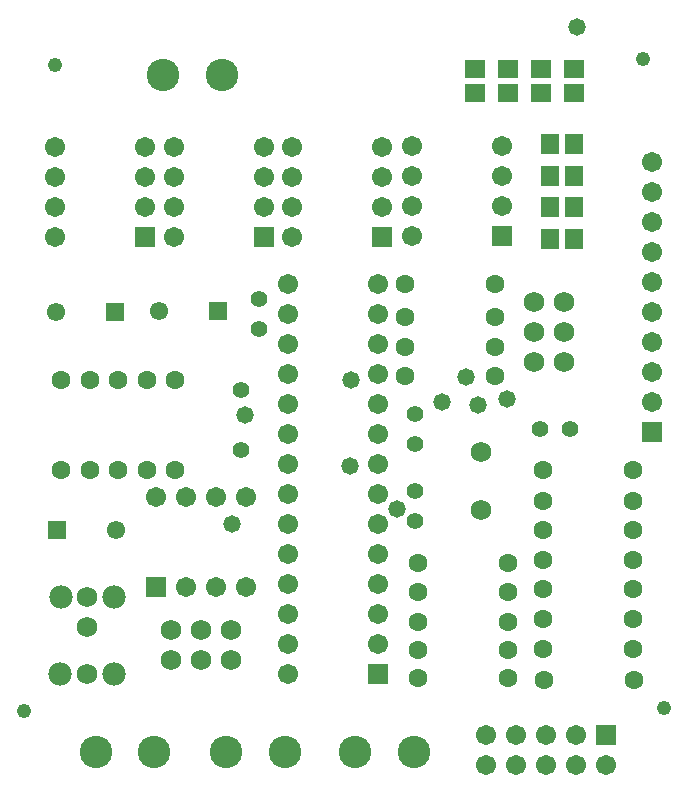
<source format=gts>
%FSAX24Y24*%
%MOIN*%
G70*
G01*
G75*
G04 Layer_Color=8388736*
%ADD10R,0.0591X0.0551*%
%ADD11R,0.0551X0.0591*%
%ADD12C,0.0100*%
%ADD13C,0.0472*%
%ADD14C,0.0400*%
%ADD15C,0.0591*%
%ADD16R,0.0591X0.0591*%
%ADD17C,0.1000*%
%ADD18R,0.0591X0.0591*%
%ADD19C,0.0532*%
%ADD20R,0.0532X0.0532*%
%ADD21C,0.0551*%
%ADD22C,0.0600*%
%ADD23C,0.0700*%
%ADD24C,0.0500*%
%ADD25C,0.0236*%
%ADD26C,0.0098*%
%ADD27C,0.0079*%
%ADD28R,0.0671X0.0631*%
%ADD29R,0.0631X0.0671*%
%ADD30C,0.0552*%
%ADD31C,0.0480*%
%ADD32C,0.0671*%
%ADD33R,0.0671X0.0671*%
%ADD34C,0.1080*%
%ADD35R,0.0671X0.0671*%
%ADD36C,0.0612*%
%ADD37R,0.0612X0.0612*%
%ADD38C,0.0631*%
%ADD39C,0.0680*%
%ADD40C,0.0780*%
%ADD41C,0.0580*%
D28*
X025950Y034294D02*
D03*
Y033506D02*
D03*
X027050Y034294D02*
D03*
Y033506D02*
D03*
X028150D02*
D03*
Y034294D02*
D03*
X024850Y034291D02*
D03*
Y033503D02*
D03*
D29*
X028144Y031800D02*
D03*
X027356D02*
D03*
X028144Y030750D02*
D03*
X027356D02*
D03*
X028144Y029700D02*
D03*
X027356D02*
D03*
X028144Y028650D02*
D03*
X027356D02*
D03*
D30*
X017050Y023600D02*
D03*
Y021600D02*
D03*
X017650Y025650D02*
D03*
Y026650D02*
D03*
X022850Y020250D02*
D03*
Y019250D02*
D03*
Y022800D02*
D03*
Y021800D02*
D03*
X027000Y022300D02*
D03*
X028000D02*
D03*
D31*
X031150Y013000D02*
D03*
X009800Y012900D02*
D03*
X010850Y034450D02*
D03*
X030450Y034650D02*
D03*
D32*
X010850Y031700D02*
D03*
Y030700D02*
D03*
Y029700D02*
D03*
Y028700D02*
D03*
X013850Y031700D02*
D03*
Y030700D02*
D03*
Y029700D02*
D03*
X030750Y024200D02*
D03*
Y031200D02*
D03*
Y030200D02*
D03*
Y029200D02*
D03*
Y028200D02*
D03*
Y027200D02*
D03*
Y026200D02*
D03*
Y025200D02*
D03*
Y023200D02*
D03*
X017200Y020050D02*
D03*
X016200D02*
D03*
X015200D02*
D03*
X014200D02*
D03*
X017200Y017050D02*
D03*
X016200D02*
D03*
X015200D02*
D03*
X018750Y031700D02*
D03*
Y030700D02*
D03*
Y029700D02*
D03*
Y028700D02*
D03*
X021750Y031700D02*
D03*
Y030700D02*
D03*
Y029700D02*
D03*
X022750Y031750D02*
D03*
Y030750D02*
D03*
Y029750D02*
D03*
Y028750D02*
D03*
X025750Y031750D02*
D03*
Y030750D02*
D03*
Y029750D02*
D03*
X014800Y031700D02*
D03*
Y030700D02*
D03*
Y029700D02*
D03*
Y028700D02*
D03*
X017800Y031700D02*
D03*
Y030700D02*
D03*
Y029700D02*
D03*
X021600Y015150D02*
D03*
Y016150D02*
D03*
Y017150D02*
D03*
Y018150D02*
D03*
Y019150D02*
D03*
Y020150D02*
D03*
Y021150D02*
D03*
Y022150D02*
D03*
Y023150D02*
D03*
Y024150D02*
D03*
Y025150D02*
D03*
Y026150D02*
D03*
Y027150D02*
D03*
X018600Y014150D02*
D03*
Y015150D02*
D03*
Y016150D02*
D03*
Y017150D02*
D03*
Y018150D02*
D03*
Y019150D02*
D03*
Y020150D02*
D03*
Y021150D02*
D03*
Y022150D02*
D03*
Y023150D02*
D03*
Y024150D02*
D03*
Y025150D02*
D03*
Y026150D02*
D03*
Y027150D02*
D03*
X029200Y011100D02*
D03*
X028200Y012100D02*
D03*
Y011100D02*
D03*
X027200Y012100D02*
D03*
Y011100D02*
D03*
X026200Y012100D02*
D03*
Y011100D02*
D03*
X025200Y012100D02*
D03*
Y011100D02*
D03*
D33*
X013850Y028700D02*
D03*
X021750D02*
D03*
X025750Y028750D02*
D03*
X017800Y028700D02*
D03*
X021600Y014150D02*
D03*
X029200Y012100D02*
D03*
D34*
X014450Y034100D02*
D03*
X016400D02*
D03*
X022800Y011550D02*
D03*
X020850D02*
D03*
X018500D02*
D03*
X016550D02*
D03*
X014150D02*
D03*
X012200D02*
D03*
D35*
X030750Y022200D02*
D03*
X014200Y017050D02*
D03*
D36*
X010866Y026200D02*
D03*
X012884Y018950D02*
D03*
X014316Y026250D02*
D03*
D37*
X012834Y026200D02*
D03*
X010916Y018950D02*
D03*
X016284Y026250D02*
D03*
D38*
X011050Y020950D02*
D03*
Y023950D02*
D03*
X012000D02*
D03*
Y020950D02*
D03*
X012950D02*
D03*
Y023950D02*
D03*
X022950Y016851D02*
D03*
X025950D02*
D03*
X022950Y017835D02*
D03*
X025950D02*
D03*
X022500Y024056D02*
D03*
X025500D02*
D03*
Y025041D02*
D03*
X022500D02*
D03*
Y026025D02*
D03*
X025500D02*
D03*
X030100Y016951D02*
D03*
X027100D02*
D03*
X030100Y017935D02*
D03*
X027100D02*
D03*
Y018919D02*
D03*
X030100D02*
D03*
Y019904D02*
D03*
X027100D02*
D03*
X030100Y020950D02*
D03*
X027100D02*
D03*
X014850D02*
D03*
Y023950D02*
D03*
X013900D02*
D03*
Y020950D02*
D03*
X022950Y014000D02*
D03*
X025950D02*
D03*
X022950Y014950D02*
D03*
X025950D02*
D03*
X022950Y015867D02*
D03*
X025950D02*
D03*
X030150Y013950D02*
D03*
X027150D02*
D03*
X030100Y014982D02*
D03*
X027100D02*
D03*
X030100Y015967D02*
D03*
X027100D02*
D03*
X025500Y027150D02*
D03*
X022500D02*
D03*
D39*
X026800Y024550D02*
D03*
X027800D02*
D03*
Y025550D02*
D03*
X026800D02*
D03*
X027800Y026550D02*
D03*
X026800D02*
D03*
X016700Y014600D02*
D03*
Y015600D02*
D03*
X015700D02*
D03*
Y014600D02*
D03*
X014700Y015600D02*
D03*
Y014600D02*
D03*
X025050Y019600D02*
D03*
Y021550D02*
D03*
X011900Y015700D02*
D03*
Y016700D02*
D03*
Y014150D02*
D03*
D40*
X012800D02*
D03*
X011050Y016700D02*
D03*
X012800D02*
D03*
X011000Y014150D02*
D03*
D41*
X024550Y024050D02*
D03*
X017180Y022780D02*
D03*
X022250Y019650D02*
D03*
X020700Y023950D02*
D03*
X016750Y019150D02*
D03*
X020670Y021080D02*
D03*
X028250Y035700D02*
D03*
X024950Y023100D02*
D03*
X023750Y023210D02*
D03*
X025926Y023300D02*
D03*
M02*

</source>
